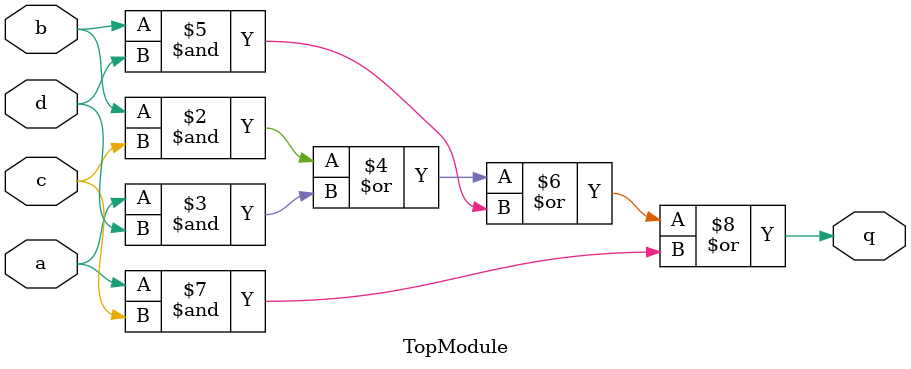
<source format=sv>
module TopModule (
    input logic a,
    input logic b,
    input logic c,
    input logic d,
    output logic q
);

always @(*) begin
    q = (b & c) | (a & d) | (b & d) | (a & c);
end

endmodule
</source>
